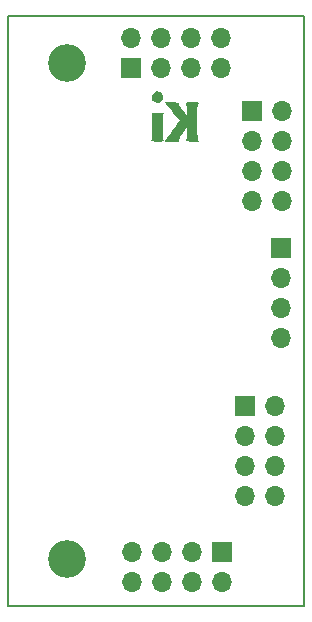
<source format=gbs>
G04 #@! TF.FileFunction,Soldermask,Bot*
%FSLAX46Y46*%
G04 Gerber Fmt 4.6, Leading zero omitted, Abs format (unit mm)*
G04 Created by KiCad (PCBNEW 4.0.2-stable) date 6/1/2017 8:35:31 PM*
%MOMM*%
G01*
G04 APERTURE LIST*
%ADD10C,0.100000*%
%ADD11C,0.150000*%
%ADD12C,0.010000*%
%ADD13R,1.700000X1.700000*%
%ADD14O,1.700000X1.700000*%
%ADD15C,3.200000*%
G04 APERTURE END LIST*
D10*
D11*
X125000000Y-100000000D02*
X100000000Y-100000000D01*
X125000000Y-150000000D02*
X125000000Y-100000000D01*
X100000000Y-150000000D02*
X125000000Y-150000000D01*
X100000000Y-100000000D02*
X100000000Y-150000000D01*
D12*
G36*
X113774653Y-107340400D02*
X113229341Y-107340400D01*
X113428121Y-107541787D01*
X113757829Y-107904691D01*
X113972249Y-108178815D01*
X114050697Y-108282400D01*
X114145256Y-108402529D01*
X114245350Y-108526202D01*
X114340402Y-108640419D01*
X114419834Y-108732181D01*
X114444932Y-108759760D01*
X114526364Y-108847212D01*
X114456406Y-108938356D01*
X114320964Y-109127604D01*
X114233422Y-109267050D01*
X114178552Y-109349286D01*
X114117276Y-109428612D01*
X114112127Y-109434607D01*
X114043178Y-109517581D01*
X113962653Y-109620137D01*
X113879458Y-109730288D01*
X113802498Y-109836047D01*
X113740681Y-109925425D01*
X113705024Y-109982547D01*
X113669943Y-110035596D01*
X113611414Y-110114062D01*
X113539580Y-110205252D01*
X113464585Y-110296472D01*
X113396572Y-110375032D01*
X113360200Y-110414020D01*
X113336311Y-110440081D01*
X113294037Y-110487406D01*
X113285923Y-110496570D01*
X113224345Y-110566200D01*
X114350800Y-110566200D01*
X114350800Y-110487923D01*
X114367563Y-110411395D01*
X114414793Y-110306149D01*
X114487907Y-110180239D01*
X114582319Y-110041716D01*
X114669858Y-109927533D01*
X114741132Y-109835313D01*
X114806453Y-109744269D01*
X114853623Y-109671535D01*
X114859729Y-109660833D01*
X114899771Y-109594434D01*
X114935058Y-109546284D01*
X114943701Y-109537500D01*
X114978262Y-109498816D01*
X115018485Y-109442250D01*
X115056174Y-109394093D01*
X115086685Y-109372487D01*
X115087986Y-109372400D01*
X115096862Y-109397091D01*
X115103982Y-109468381D01*
X115109136Y-109582092D01*
X115112117Y-109734044D01*
X115112800Y-109868961D01*
X115112116Y-110048263D01*
X115109705Y-110184270D01*
X115105025Y-110284475D01*
X115097537Y-110356369D01*
X115086702Y-110407443D01*
X115071979Y-110445188D01*
X115071156Y-110446811D01*
X115035683Y-110506491D01*
X115004177Y-110544618D01*
X115001306Y-110546761D01*
X115016803Y-110552323D01*
X115076153Y-110557262D01*
X115172414Y-110561312D01*
X115298641Y-110564207D01*
X115447889Y-110565682D01*
X115499606Y-110565811D01*
X116026111Y-110566200D01*
X115996432Y-110496350D01*
X115968259Y-110437758D01*
X115946176Y-110402370D01*
X115942343Y-110373142D01*
X115938743Y-110297781D01*
X115935441Y-110180951D01*
X115932504Y-110027317D01*
X115930001Y-109841546D01*
X115927996Y-109628302D01*
X115926558Y-109392251D01*
X115925753Y-109138059D01*
X115925601Y-108966290D01*
X115925659Y-108662311D01*
X115925930Y-108404912D01*
X115926554Y-108189874D01*
X115927674Y-108012978D01*
X115929431Y-107870004D01*
X115931967Y-107756733D01*
X115935424Y-107668945D01*
X115939943Y-107602421D01*
X115945667Y-107552941D01*
X115952738Y-107516286D01*
X115961296Y-107488237D01*
X115971484Y-107464574D01*
X115976401Y-107454699D01*
X116007156Y-107392869D01*
X116025210Y-107353660D01*
X116027201Y-107347729D01*
X116003065Y-107345507D01*
X115935712Y-107343556D01*
X115832728Y-107341984D01*
X115701694Y-107340901D01*
X115550195Y-107340415D01*
X115516483Y-107340400D01*
X115343340Y-107340664D01*
X115214771Y-107341831D01*
X115124554Y-107344464D01*
X115066463Y-107349123D01*
X115034276Y-107356372D01*
X115021768Y-107366772D01*
X115022714Y-107380885D01*
X115024236Y-107384850D01*
X115057595Y-107473673D01*
X115081661Y-107562181D01*
X115097820Y-107661141D01*
X115107458Y-107781321D01*
X115111960Y-107933488D01*
X115112800Y-108073088D01*
X115112801Y-108492904D01*
X115036601Y-108419900D01*
X114988987Y-108369557D01*
X114962406Y-108332278D01*
X114960400Y-108325483D01*
X114945263Y-108299550D01*
X114905772Y-108246128D01*
X114850812Y-108176145D01*
X114789268Y-108100529D01*
X114730023Y-108030209D01*
X114681961Y-107976114D01*
X114655161Y-107950000D01*
X114632839Y-107922734D01*
X114594464Y-107866630D01*
X114566598Y-107823000D01*
X114508395Y-107735298D01*
X114445449Y-107648698D01*
X114423101Y-107620362D01*
X114378387Y-107553736D01*
X114352992Y-107492643D01*
X114350800Y-107476390D01*
X114350278Y-107432677D01*
X114344609Y-107399502D01*
X114327638Y-107375412D01*
X114293211Y-107358955D01*
X114235174Y-107348677D01*
X114147372Y-107343127D01*
X114023650Y-107340851D01*
X113857855Y-107340396D01*
X113774653Y-107340400D01*
X113774653Y-107340400D01*
G37*
X113774653Y-107340400D02*
X113229341Y-107340400D01*
X113428121Y-107541787D01*
X113757829Y-107904691D01*
X113972249Y-108178815D01*
X114050697Y-108282400D01*
X114145256Y-108402529D01*
X114245350Y-108526202D01*
X114340402Y-108640419D01*
X114419834Y-108732181D01*
X114444932Y-108759760D01*
X114526364Y-108847212D01*
X114456406Y-108938356D01*
X114320964Y-109127604D01*
X114233422Y-109267050D01*
X114178552Y-109349286D01*
X114117276Y-109428612D01*
X114112127Y-109434607D01*
X114043178Y-109517581D01*
X113962653Y-109620137D01*
X113879458Y-109730288D01*
X113802498Y-109836047D01*
X113740681Y-109925425D01*
X113705024Y-109982547D01*
X113669943Y-110035596D01*
X113611414Y-110114062D01*
X113539580Y-110205252D01*
X113464585Y-110296472D01*
X113396572Y-110375032D01*
X113360200Y-110414020D01*
X113336311Y-110440081D01*
X113294037Y-110487406D01*
X113285923Y-110496570D01*
X113224345Y-110566200D01*
X114350800Y-110566200D01*
X114350800Y-110487923D01*
X114367563Y-110411395D01*
X114414793Y-110306149D01*
X114487907Y-110180239D01*
X114582319Y-110041716D01*
X114669858Y-109927533D01*
X114741132Y-109835313D01*
X114806453Y-109744269D01*
X114853623Y-109671535D01*
X114859729Y-109660833D01*
X114899771Y-109594434D01*
X114935058Y-109546284D01*
X114943701Y-109537500D01*
X114978262Y-109498816D01*
X115018485Y-109442250D01*
X115056174Y-109394093D01*
X115086685Y-109372487D01*
X115087986Y-109372400D01*
X115096862Y-109397091D01*
X115103982Y-109468381D01*
X115109136Y-109582092D01*
X115112117Y-109734044D01*
X115112800Y-109868961D01*
X115112116Y-110048263D01*
X115109705Y-110184270D01*
X115105025Y-110284475D01*
X115097537Y-110356369D01*
X115086702Y-110407443D01*
X115071979Y-110445188D01*
X115071156Y-110446811D01*
X115035683Y-110506491D01*
X115004177Y-110544618D01*
X115001306Y-110546761D01*
X115016803Y-110552323D01*
X115076153Y-110557262D01*
X115172414Y-110561312D01*
X115298641Y-110564207D01*
X115447889Y-110565682D01*
X115499606Y-110565811D01*
X116026111Y-110566200D01*
X115996432Y-110496350D01*
X115968259Y-110437758D01*
X115946176Y-110402370D01*
X115942343Y-110373142D01*
X115938743Y-110297781D01*
X115935441Y-110180951D01*
X115932504Y-110027317D01*
X115930001Y-109841546D01*
X115927996Y-109628302D01*
X115926558Y-109392251D01*
X115925753Y-109138059D01*
X115925601Y-108966290D01*
X115925659Y-108662311D01*
X115925930Y-108404912D01*
X115926554Y-108189874D01*
X115927674Y-108012978D01*
X115929431Y-107870004D01*
X115931967Y-107756733D01*
X115935424Y-107668945D01*
X115939943Y-107602421D01*
X115945667Y-107552941D01*
X115952738Y-107516286D01*
X115961296Y-107488237D01*
X115971484Y-107464574D01*
X115976401Y-107454699D01*
X116007156Y-107392869D01*
X116025210Y-107353660D01*
X116027201Y-107347729D01*
X116003065Y-107345507D01*
X115935712Y-107343556D01*
X115832728Y-107341984D01*
X115701694Y-107340901D01*
X115550195Y-107340415D01*
X115516483Y-107340400D01*
X115343340Y-107340664D01*
X115214771Y-107341831D01*
X115124554Y-107344464D01*
X115066463Y-107349123D01*
X115034276Y-107356372D01*
X115021768Y-107366772D01*
X115022714Y-107380885D01*
X115024236Y-107384850D01*
X115057595Y-107473673D01*
X115081661Y-107562181D01*
X115097820Y-107661141D01*
X115107458Y-107781321D01*
X115111960Y-107933488D01*
X115112800Y-108073088D01*
X115112801Y-108492904D01*
X115036601Y-108419900D01*
X114988987Y-108369557D01*
X114962406Y-108332278D01*
X114960400Y-108325483D01*
X114945263Y-108299550D01*
X114905772Y-108246128D01*
X114850812Y-108176145D01*
X114789268Y-108100529D01*
X114730023Y-108030209D01*
X114681961Y-107976114D01*
X114655161Y-107950000D01*
X114632839Y-107922734D01*
X114594464Y-107866630D01*
X114566598Y-107823000D01*
X114508395Y-107735298D01*
X114445449Y-107648698D01*
X114423101Y-107620362D01*
X114378387Y-107553736D01*
X114352992Y-107492643D01*
X114350800Y-107476390D01*
X114350278Y-107432677D01*
X114344609Y-107399502D01*
X114327638Y-107375412D01*
X114293211Y-107358955D01*
X114235174Y-107348677D01*
X114147372Y-107343127D01*
X114023650Y-107340851D01*
X113857855Y-107340396D01*
X113774653Y-107340400D01*
G36*
X112191800Y-109304045D02*
X112191579Y-109575528D01*
X112190817Y-109800618D01*
X112189374Y-109983721D01*
X112187106Y-110129240D01*
X112183869Y-110241583D01*
X112179522Y-110325155D01*
X112173920Y-110384359D01*
X112166922Y-110423603D01*
X112158384Y-110447292D01*
X112154508Y-110453395D01*
X112128222Y-110490943D01*
X112117509Y-110519085D01*
X112127690Y-110539174D01*
X112164088Y-110552563D01*
X112232024Y-110560605D01*
X112336822Y-110564653D01*
X112483802Y-110566060D01*
X112598200Y-110566200D01*
X112748482Y-110565515D01*
X112879673Y-110563608D01*
X112983973Y-110560702D01*
X113053581Y-110557017D01*
X113080695Y-110552776D01*
X113080800Y-110552488D01*
X113070245Y-110523454D01*
X113043674Y-110466509D01*
X113030000Y-110439200D01*
X113017134Y-110411760D01*
X113006641Y-110381394D01*
X112998280Y-110342920D01*
X112991809Y-110291155D01*
X112986989Y-110220918D01*
X112983578Y-110127027D01*
X112981335Y-110004301D01*
X112980019Y-109847559D01*
X112979390Y-109651617D01*
X112979205Y-109411296D01*
X112979200Y-109346750D01*
X112979453Y-109089269D01*
X112980329Y-108877749D01*
X112982004Y-108707351D01*
X112984652Y-108573238D01*
X112988450Y-108470571D01*
X112993573Y-108394513D01*
X113000197Y-108340226D01*
X113008497Y-108302872D01*
X113017953Y-108278938D01*
X113056705Y-108204000D01*
X112191800Y-108204000D01*
X112191800Y-109304045D01*
X112191800Y-109304045D01*
G37*
X112191800Y-109304045D02*
X112191579Y-109575528D01*
X112190817Y-109800618D01*
X112189374Y-109983721D01*
X112187106Y-110129240D01*
X112183869Y-110241583D01*
X112179522Y-110325155D01*
X112173920Y-110384359D01*
X112166922Y-110423603D01*
X112158384Y-110447292D01*
X112154508Y-110453395D01*
X112128222Y-110490943D01*
X112117509Y-110519085D01*
X112127690Y-110539174D01*
X112164088Y-110552563D01*
X112232024Y-110560605D01*
X112336822Y-110564653D01*
X112483802Y-110566060D01*
X112598200Y-110566200D01*
X112748482Y-110565515D01*
X112879673Y-110563608D01*
X112983973Y-110560702D01*
X113053581Y-110557017D01*
X113080695Y-110552776D01*
X113080800Y-110552488D01*
X113070245Y-110523454D01*
X113043674Y-110466509D01*
X113030000Y-110439200D01*
X113017134Y-110411760D01*
X113006641Y-110381394D01*
X112998280Y-110342920D01*
X112991809Y-110291155D01*
X112986989Y-110220918D01*
X112983578Y-110127027D01*
X112981335Y-110004301D01*
X112980019Y-109847559D01*
X112979390Y-109651617D01*
X112979205Y-109411296D01*
X112979200Y-109346750D01*
X112979453Y-109089269D01*
X112980329Y-108877749D01*
X112982004Y-108707351D01*
X112984652Y-108573238D01*
X112988450Y-108470571D01*
X112993573Y-108394513D01*
X113000197Y-108340226D01*
X113008497Y-108302872D01*
X113017953Y-108278938D01*
X113056705Y-108204000D01*
X112191800Y-108204000D01*
X112191800Y-109304045D01*
G36*
X112432459Y-106437960D02*
X112314855Y-106504395D01*
X112221377Y-106607045D01*
X112177588Y-106693124D01*
X112146978Y-106831614D01*
X112156079Y-106969591D01*
X112203427Y-107091084D01*
X112215812Y-107109850D01*
X112306251Y-107197408D01*
X112425129Y-107257553D01*
X112558067Y-107287418D01*
X112690687Y-107284134D01*
X112808610Y-107244832D01*
X112829394Y-107232244D01*
X112911663Y-107153394D01*
X112979486Y-107044770D01*
X113021653Y-106927295D01*
X113030000Y-106857799D01*
X113010726Y-106748575D01*
X112960210Y-106634110D01*
X112889418Y-106535158D01*
X112833758Y-106486295D01*
X112701539Y-106425876D01*
X112564563Y-106410776D01*
X112432459Y-106437960D01*
X112432459Y-106437960D01*
G37*
X112432459Y-106437960D02*
X112314855Y-106504395D01*
X112221377Y-106607045D01*
X112177588Y-106693124D01*
X112146978Y-106831614D01*
X112156079Y-106969591D01*
X112203427Y-107091084D01*
X112215812Y-107109850D01*
X112306251Y-107197408D01*
X112425129Y-107257553D01*
X112558067Y-107287418D01*
X112690687Y-107284134D01*
X112808610Y-107244832D01*
X112829394Y-107232244D01*
X112911663Y-107153394D01*
X112979486Y-107044770D01*
X113021653Y-106927295D01*
X113030000Y-106857799D01*
X113010726Y-106748575D01*
X112960210Y-106634110D01*
X112889418Y-106535158D01*
X112833758Y-106486295D01*
X112701539Y-106425876D01*
X112564563Y-106410776D01*
X112432459Y-106437960D01*
D13*
X110363000Y-104394000D03*
D14*
X110363000Y-101854000D03*
X112903000Y-104394000D03*
X112903000Y-101854000D03*
X115443000Y-104394000D03*
X115443000Y-101854000D03*
X117983000Y-104394000D03*
X117983000Y-101854000D03*
D13*
X120650000Y-108077000D03*
D14*
X123190000Y-108077000D03*
X120650000Y-110617000D03*
X123190000Y-110617000D03*
X120650000Y-113157000D03*
X123190000Y-113157000D03*
X120650000Y-115697000D03*
X123190000Y-115697000D03*
D13*
X120000000Y-133000000D03*
D14*
X122540000Y-133000000D03*
X120000000Y-135540000D03*
X122540000Y-135540000D03*
X120000000Y-138080000D03*
X122540000Y-138080000D03*
X120000000Y-140620000D03*
X122540000Y-140620000D03*
D13*
X118110000Y-145440400D03*
D14*
X118110000Y-147980400D03*
X115570000Y-145440400D03*
X115570000Y-147980400D03*
X113030000Y-145440400D03*
X113030000Y-147980400D03*
X110490000Y-145440400D03*
X110490000Y-147980400D03*
D13*
X123082000Y-119634000D03*
D14*
X123082000Y-122174000D03*
X123082000Y-124714000D03*
X123082000Y-127254000D03*
D15*
X105000000Y-104000000D03*
X105000000Y-146000000D03*
M02*

</source>
